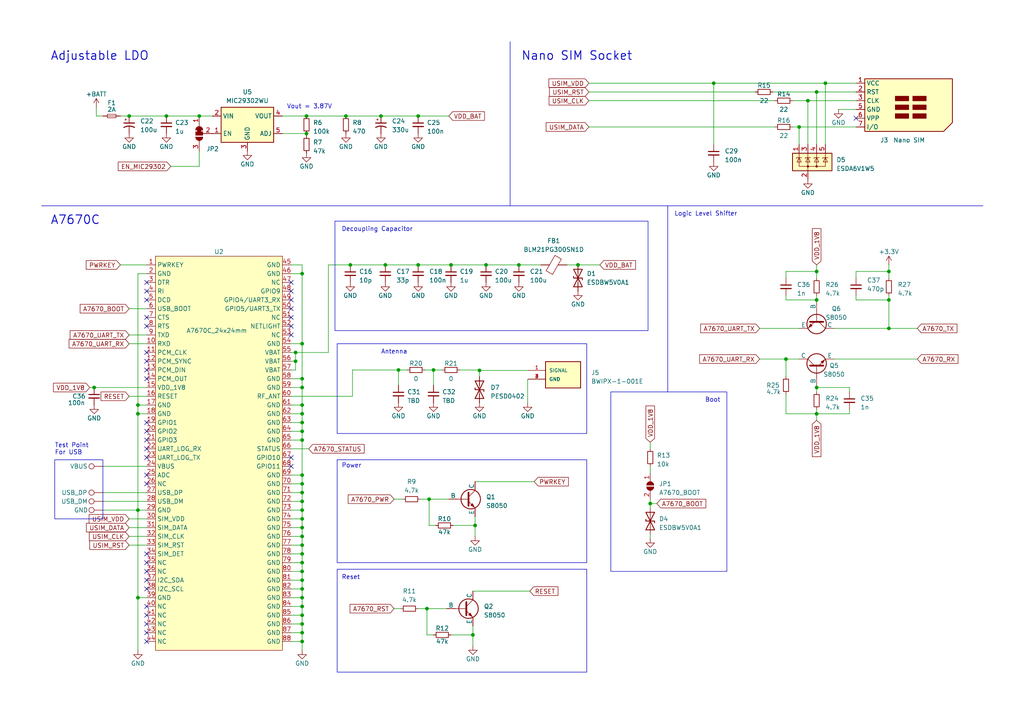
<source format=kicad_sch>
(kicad_sch (version 20230121) (generator eeschema)
  (paper "A4")
  (junction (at 87.63 175.895))
  (junction (at 239.395 24.13))
  (junction (at 88.9 38.735))
  (junction (at 57.785 33.655))
  (junction (at 87.63 155.575))
  (junction (at 236.855 112.395))
  (junction (at 236.855 86.995))
  (junction (at 87.63 99.695))
  (junction (at 87.63 150.495))
  (junction (at 121.285 33.655))
  (junction (at 188.595 146.05))
  (junction (at 87.63 117.475))
  (junction (at 87.63 173.355))
  (junction (at 87.63 168.275))
  (junction (at 207.01 24.13))
  (junction (at 85.725 102.235))
  (junction (at 167.64 76.835))
  (junction (at 115.57 107.315))
  (junction (at 87.63 158.115))
  (junction (at 236.855 78.74))
  (junction (at 87.63 125.095))
  (junction (at 87.63 170.815))
  (junction (at 87.63 178.435))
  (junction (at 121.285 76.835))
  (junction (at 87.63 140.335))
  (junction (at 150.495 76.835))
  (junction (at 40.005 117.475))
  (junction (at 87.63 160.655))
  (junction (at 87.63 145.415))
  (junction (at 87.63 142.875))
  (junction (at 257.81 78.74))
  (junction (at 88.9 33.655))
  (junction (at 87.63 109.855))
  (junction (at 87.63 183.515))
  (junction (at 124.46 144.78))
  (junction (at 236.855 26.67))
  (junction (at 137.16 184.15))
  (junction (at 257.81 86.995))
  (junction (at 101.6 76.835))
  (junction (at 87.63 180.975))
  (junction (at 257.81 95.25))
  (junction (at 111.76 76.835))
  (junction (at 40.005 147.955))
  (junction (at 87.63 147.955))
  (junction (at 87.63 165.735))
  (junction (at 37.465 33.655))
  (junction (at 87.63 186.055))
  (junction (at 227.965 104.14))
  (junction (at 87.63 79.375))
  (junction (at 87.63 112.395))
  (junction (at 125.73 107.315))
  (junction (at 87.63 127.635))
  (junction (at 48.26 33.655))
  (junction (at 130.81 76.835))
  (junction (at 137.795 152.4))
  (junction (at 87.63 122.555))
  (junction (at 87.63 137.795))
  (junction (at 85.725 104.775))
  (junction (at 123.825 176.53))
  (junction (at 236.855 120.015))
  (junction (at 234.315 29.21))
  (junction (at 140.97 76.835))
  (junction (at 231.775 36.83))
  (junction (at 110.49 33.655))
  (junction (at 87.63 163.195))
  (junction (at 40.005 120.015))
  (junction (at 139.065 107.442))
  (junction (at 27.305 112.395))
  (junction (at 40.005 173.355))
  (junction (at 87.63 120.015))
  (junction (at 87.63 153.035))
  (junction (at 100.33 33.655))
  (no_connect (at 84.455 86.995))
  (no_connect (at 42.545 125.095))
  (no_connect (at 42.545 102.235))
  (no_connect (at 42.545 178.435))
  (no_connect (at 42.545 168.275))
  (no_connect (at 84.455 135.255))
  (no_connect (at 42.545 107.315))
  (no_connect (at 42.545 84.455))
  (no_connect (at 42.545 94.615))
  (no_connect (at 42.545 137.795))
  (no_connect (at 84.455 92.075))
  (no_connect (at 42.545 175.895))
  (no_connect (at 42.545 170.815))
  (no_connect (at 42.545 92.075))
  (no_connect (at 42.545 104.775))
  (no_connect (at 42.545 109.855))
  (no_connect (at 84.455 132.715))
  (no_connect (at 42.545 132.715))
  (no_connect (at 42.545 165.735))
  (no_connect (at 42.545 163.195))
  (no_connect (at 42.545 122.555))
  (no_connect (at 42.545 130.175))
  (no_connect (at 84.455 84.455))
  (no_connect (at 248.285 34.29))
  (no_connect (at 42.545 86.995))
  (no_connect (at 84.455 89.535))
  (no_connect (at 42.545 127.635))
  (no_connect (at 84.455 97.155))
  (no_connect (at 84.455 94.615))
  (no_connect (at 84.455 81.915))
  (no_connect (at 42.545 180.975))
  (no_connect (at 42.545 81.915))
  (no_connect (at 42.545 183.515))
  (no_connect (at 42.545 186.055))
  (no_connect (at 42.545 160.655))
  (no_connect (at 42.545 140.335))
  (wire (pts (xy 236.855 78.74) (xy 236.855 80.645)))
  (wire (pts (xy 87.63 122.555) (xy 87.63 120.015)))
  (wire (pts (xy 89.535 130.175) (xy 84.455 130.175)))
  (wire (pts (xy 257.81 95.25) (xy 266.065 95.25)))
  (wire (pts (xy 84.455 99.695) (xy 87.63 99.695)))
  (wire (pts (xy 84.455 183.515) (xy 87.63 183.515)))
  (wire (pts (xy 220.345 95.25) (xy 231.775 95.25)))
  (wire (pts (xy 88.9 38.735) (xy 88.9 39.37)))
  (wire (pts (xy 188.595 135.255) (xy 188.595 137.16)))
  (wire (pts (xy 84.455 153.035) (xy 87.63 153.035)))
  (wire (pts (xy 236.855 120.015) (xy 236.855 121.92)))
  (wire (pts (xy 84.455 145.415) (xy 87.63 145.415)))
  (wire (pts (xy 27.94 33.655) (xy 29.845 33.655)))
  (wire (pts (xy 102.235 114.935) (xy 84.455 114.935)))
  (wire (pts (xy 84.455 117.475) (xy 87.63 117.475)))
  (wire (pts (xy 137.16 171.45) (xy 153.67 171.45)))
  (wire (pts (xy 87.63 186.055) (xy 87.63 188.595)))
  (wire (pts (xy 87.63 168.275) (xy 87.63 170.815)))
  (wire (pts (xy 84.455 160.655) (xy 87.63 160.655)))
  (wire (pts (xy 227.965 104.14) (xy 231.775 104.14)))
  (wire (pts (xy 130.81 76.835) (xy 140.97 76.835)))
  (wire (pts (xy 87.63 158.115) (xy 87.63 160.655)))
  (wire (pts (xy 227.965 120.015) (xy 236.855 120.015)))
  (wire (pts (xy 84.455 120.015) (xy 87.63 120.015)))
  (wire (pts (xy 27.94 31.115) (xy 27.94 33.655)))
  (wire (pts (xy 84.455 122.555) (xy 87.63 122.555)))
  (wire (pts (xy 84.455 158.115) (xy 87.63 158.115)))
  (wire (pts (xy 84.455 147.955) (xy 87.63 147.955)))
  (wire (pts (xy 87.63 173.355) (xy 87.63 175.895)))
  (wire (pts (xy 227.965 85.725) (xy 227.965 86.995)))
  (wire (pts (xy 87.63 76.835) (xy 84.455 76.835)))
  (wire (pts (xy 29.845 147.955) (xy 40.005 147.955)))
  (wire (pts (xy 57.785 48.26) (xy 49.53 48.26)))
  (wire (pts (xy 87.63 153.035) (xy 87.63 150.495)))
  (wire (pts (xy 124.46 152.4) (xy 124.46 144.78)))
  (wire (pts (xy 87.63 170.815) (xy 87.63 173.355)))
  (wire (pts (xy 188.595 146.05) (xy 188.595 147.32)))
  (wire (pts (xy 115.57 107.315) (xy 118.11 107.315)))
  (wire (pts (xy 84.455 142.875) (xy 87.63 142.875)))
  (wire (pts (xy 126.365 152.4) (xy 124.46 152.4)))
  (wire (pts (xy 29.845 142.875) (xy 42.545 142.875)))
  (wire (pts (xy 57.785 33.655) (xy 61.595 33.655)))
  (wire (pts (xy 84.455 168.275) (xy 87.63 168.275)))
  (wire (pts (xy 87.63 142.875) (xy 87.63 140.335)))
  (wire (pts (xy 188.595 154.94) (xy 188.595 156.21)))
  (wire (pts (xy 153.035 110.109) (xy 153.035 116.84)))
  (wire (pts (xy 37.465 114.935) (xy 42.545 114.935)))
  (wire (pts (xy 26.035 112.395) (xy 27.305 112.395)))
  (wire (pts (xy 257.81 76.835) (xy 257.81 78.74)))
  (wire (pts (xy 111.76 76.835) (xy 121.285 76.835)))
  (wire (pts (xy 231.775 36.83) (xy 231.775 41.91)))
  (wire (pts (xy 87.63 158.115) (xy 87.63 155.575)))
  (wire (pts (xy 84.455 173.355) (xy 87.63 173.355)))
  (wire (pts (xy 139.065 107.442) (xy 139.065 107.315)))
  (wire (pts (xy 137.795 149.86) (xy 137.795 152.4)))
  (wire (pts (xy 227.965 109.22) (xy 227.965 104.14)))
  (wire (pts (xy 84.455 175.895) (xy 87.63 175.895)))
  (wire (pts (xy 84.455 180.975) (xy 87.63 180.975)))
  (wire (pts (xy 29.845 145.415) (xy 42.545 145.415)))
  (wire (pts (xy 95.25 76.835) (xy 95.25 102.235)))
  (wire (pts (xy 123.825 176.53) (xy 129.54 176.53)))
  (wire (pts (xy 87.63 145.415) (xy 87.63 142.875)))
  (wire (pts (xy 248.285 78.74) (xy 257.81 78.74)))
  (wire (pts (xy 102.235 107.315) (xy 102.235 114.935)))
  (wire (pts (xy 87.63 127.635) (xy 87.63 125.095)))
  (wire (pts (xy 239.395 41.91) (xy 239.395 24.13)))
  (wire (pts (xy 100.33 33.655) (xy 110.49 33.655)))
  (wire (pts (xy 241.935 95.25) (xy 257.81 95.25)))
  (wire (pts (xy 34.925 76.835) (xy 42.545 76.835)))
  (wire (pts (xy 40.005 79.375) (xy 42.545 79.375)))
  (wire (pts (xy 84.455 127.635) (xy 87.63 127.635)))
  (wire (pts (xy 40.005 147.955) (xy 42.545 147.955)))
  (wire (pts (xy 84.455 125.095) (xy 87.63 125.095)))
  (wire (pts (xy 95.25 102.235) (xy 85.725 102.235)))
  (wire (pts (xy 234.315 41.91) (xy 234.315 29.21)))
  (wire (pts (xy 170.815 26.67) (xy 219.075 26.67)))
  (wire (pts (xy 85.725 104.775) (xy 85.725 107.315)))
  (wire (pts (xy 125.73 107.315) (xy 125.73 111.76)))
  (wire (pts (xy 139.065 107.442) (xy 139.065 109.22)))
  (wire (pts (xy 84.455 137.795) (xy 87.63 137.795)))
  (wire (pts (xy 40.005 173.355) (xy 42.545 173.355)))
  (wire (pts (xy 207.01 24.13) (xy 239.395 24.13)))
  (polyline (pts (xy 193.675 59.69) (xy 193.675 113.665)))
  (wire (pts (xy 236.855 86.995) (xy 236.855 87.63)))
  (wire (pts (xy 236.855 26.67) (xy 236.855 41.91)))
  (wire (pts (xy 37.465 97.155) (xy 42.545 97.155)))
  (wire (pts (xy 87.63 140.335) (xy 87.63 137.795)))
  (wire (pts (xy 87.63 117.475) (xy 87.63 112.395)))
  (wire (pts (xy 227.965 86.995) (xy 236.855 86.995)))
  (wire (pts (xy 87.63 175.895) (xy 87.63 178.435)))
  (wire (pts (xy 87.63 165.735) (xy 87.63 168.275)))
  (wire (pts (xy 40.005 188.595) (xy 40.005 173.355)))
  (wire (pts (xy 170.815 29.21) (xy 224.79 29.21)))
  (wire (pts (xy 110.49 33.655) (xy 121.285 33.655)))
  (wire (pts (xy 29.845 135.255) (xy 42.545 135.255)))
  (wire (pts (xy 37.465 153.035) (xy 42.545 153.035)))
  (polyline (pts (xy 147.955 12.065) (xy 147.955 59.69)))
  (wire (pts (xy 87.63 147.955) (xy 87.63 145.415)))
  (wire (pts (xy 121.92 144.78) (xy 124.46 144.78)))
  (wire (pts (xy 224.155 26.67) (xy 236.855 26.67)))
  (wire (pts (xy 246.38 118.745) (xy 246.38 120.015)))
  (wire (pts (xy 121.285 176.53) (xy 123.825 176.53)))
  (wire (pts (xy 229.87 36.83) (xy 231.775 36.83)))
  (wire (pts (xy 84.455 107.315) (xy 85.725 107.315)))
  (wire (pts (xy 37.465 89.535) (xy 42.545 89.535)))
  (wire (pts (xy 239.395 24.13) (xy 248.285 24.13)))
  (wire (pts (xy 236.855 120.015) (xy 246.38 120.015)))
  (wire (pts (xy 130.81 184.15) (xy 137.16 184.15)))
  (wire (pts (xy 37.465 155.575) (xy 42.545 155.575)))
  (wire (pts (xy 48.26 33.655) (xy 57.785 33.655)))
  (wire (pts (xy 87.63 137.795) (xy 87.63 127.635)))
  (wire (pts (xy 140.97 76.835) (xy 150.495 76.835)))
  (wire (pts (xy 121.285 76.835) (xy 130.81 76.835)))
  (wire (pts (xy 84.455 109.855) (xy 87.63 109.855)))
  (wire (pts (xy 153.162 110.109) (xy 153.035 110.109)))
  (wire (pts (xy 101.6 76.835) (xy 111.76 76.835)))
  (wire (pts (xy 236.855 76.835) (xy 236.855 78.74)))
  (wire (pts (xy 236.855 111.76) (xy 236.855 112.395)))
  (wire (pts (xy 40.005 173.355) (xy 40.005 147.955)))
  (wire (pts (xy 150.495 76.835) (xy 156.845 76.835)))
  (wire (pts (xy 87.63 112.395) (xy 87.63 109.855)))
  (wire (pts (xy 153.162 110.109) (xy 153.162 109.982)))
  (wire (pts (xy 87.63 155.575) (xy 87.63 153.035)))
  (wire (pts (xy 236.855 85.725) (xy 236.855 86.995)))
  (wire (pts (xy 236.855 26.67) (xy 248.285 26.67)))
  (wire (pts (xy 87.63 120.015) (xy 87.63 117.475)))
  (wire (pts (xy 248.285 80.645) (xy 248.285 78.74)))
  (wire (pts (xy 188.595 128.27) (xy 188.595 130.175)))
  (wire (pts (xy 170.815 36.83) (xy 224.79 36.83)))
  (wire (pts (xy 257.81 86.995) (xy 257.81 85.725)))
  (wire (pts (xy 87.63 125.095) (xy 87.63 122.555)))
  (wire (pts (xy 137.795 152.4) (xy 137.795 155.575)))
  (wire (pts (xy 84.455 178.435) (xy 87.63 178.435)))
  (wire (pts (xy 40.005 117.475) (xy 42.545 117.475)))
  (wire (pts (xy 248.285 86.995) (xy 257.81 86.995)))
  (wire (pts (xy 34.925 33.655) (xy 37.465 33.655)))
  (wire (pts (xy 87.63 79.375) (xy 87.63 76.835)))
  (wire (pts (xy 84.455 163.195) (xy 87.63 163.195)))
  (wire (pts (xy 84.455 170.815) (xy 87.63 170.815)))
  (wire (pts (xy 266.065 104.14) (xy 241.935 104.14)))
  (wire (pts (xy 84.455 165.735) (xy 87.63 165.735)))
  (wire (pts (xy 115.57 107.315) (xy 115.57 111.76)))
  (wire (pts (xy 133.35 107.315) (xy 139.065 107.315)))
  (wire (pts (xy 248.285 85.725) (xy 248.285 86.995)))
  (wire (pts (xy 236.855 112.395) (xy 236.855 113.665)))
  (wire (pts (xy 84.455 102.235) (xy 85.725 102.235)))
  (wire (pts (xy 173.99 76.835) (xy 167.64 76.835)))
  (wire (pts (xy 85.725 102.235) (xy 85.725 104.775)))
  (wire (pts (xy 37.465 99.695) (xy 42.545 99.695)))
  (wire (pts (xy 40.005 120.015) (xy 40.005 117.475)))
  (wire (pts (xy 37.465 158.115) (xy 42.545 158.115)))
  (wire (pts (xy 229.87 29.21) (xy 234.315 29.21)))
  (wire (pts (xy 95.25 76.835) (xy 101.6 76.835)))
  (wire (pts (xy 188.595 144.78) (xy 188.595 146.05)))
  (wire (pts (xy 207.01 24.13) (xy 207.01 41.91)))
  (wire (pts (xy 131.445 152.4) (xy 137.795 152.4)))
  (wire (pts (xy 123.825 184.15) (xy 123.825 176.53)))
  (wire (pts (xy 84.455 112.395) (xy 87.63 112.395)))
  (wire (pts (xy 87.63 183.515) (xy 87.63 186.055)))
  (wire (pts (xy 57.785 43.815) (xy 57.785 48.26)))
  (wire (pts (xy 84.455 104.775) (xy 85.725 104.775)))
  (wire (pts (xy 188.595 146.05) (xy 190.5 146.05)))
  (wire (pts (xy 257.81 78.74) (xy 257.81 80.645)))
  (wire (pts (xy 139.065 107.442) (xy 153.162 107.442)))
  (wire (pts (xy 170.815 24.13) (xy 207.01 24.13)))
  (wire (pts (xy 37.465 150.495) (xy 42.545 150.495)))
  (wire (pts (xy 246.38 112.395) (xy 236.855 112.395)))
  (wire (pts (xy 234.315 29.21) (xy 248.285 29.21)))
  (wire (pts (xy 248.285 31.75) (xy 243.205 31.75)))
  (wire (pts (xy 87.63 150.495) (xy 87.63 147.955)))
  (wire (pts (xy 114.3 144.78) (xy 116.84 144.78)))
  (wire (pts (xy 114.3 176.53) (xy 116.205 176.53)))
  (wire (pts (xy 84.455 79.375) (xy 87.63 79.375)))
  (wire (pts (xy 137.16 181.61) (xy 137.16 184.15)))
  (wire (pts (xy 227.965 78.74) (xy 236.855 78.74)))
  (wire (pts (xy 84.455 140.335) (xy 87.63 140.335)))
  (wire (pts (xy 40.005 120.015) (xy 42.545 120.015)))
  (wire (pts (xy 88.9 33.655) (xy 100.33 33.655)))
  (wire (pts (xy 236.855 118.745) (xy 236.855 120.015)))
  (wire (pts (xy 130.175 33.655) (xy 121.285 33.655)))
  (polyline (pts (xy 12.065 59.69) (xy 285.115 59.69)))
  (wire (pts (xy 27.305 112.395) (xy 42.545 112.395)))
  (wire (pts (xy 87.63 109.855) (xy 87.63 99.695)))
  (wire (pts (xy 125.73 107.315) (xy 128.27 107.315)))
  (wire (pts (xy 164.465 76.835) (xy 167.64 76.835)))
  (wire (pts (xy 87.63 160.655) (xy 87.63 163.195)))
  (wire (pts (xy 81.915 33.655) (xy 88.9 33.655)))
  (wire (pts (xy 87.63 163.195) (xy 87.63 165.735)))
  (wire (pts (xy 40.005 117.475) (xy 40.005 79.375)))
  (wire (pts (xy 246.38 113.665) (xy 246.38 112.395)))
  (wire (pts (xy 227.965 114.3) (xy 227.965 120.015)))
  (wire (pts (xy 125.73 184.15) (xy 123.825 184.15)))
  (wire (pts (xy 87.63 180.975) (xy 87.63 183.515)))
  (wire (pts (xy 84.455 155.575) (xy 87.63 155.575)))
  (wire (pts (xy 40.005 147.955) (xy 40.005 120.015)))
  (wire (pts (xy 257.81 95.25) (xy 257.81 86.995)))
  (wire (pts (xy 220.345 104.14) (xy 227.965 104.14)))
  (wire (pts (xy 231.775 36.83) (xy 248.285 36.83)))
  (wire (pts (xy 123.19 107.315) (xy 125.73 107.315)))
  (wire (pts (xy 102.235 107.315) (xy 115.57 107.315)))
  (wire (pts (xy 87.63 99.695) (xy 87.63 79.375)))
  (wire (pts (xy 87.63 178.435) (xy 87.63 180.975)))
  (wire (pts (xy 227.965 80.645) (xy 227.965 78.74)))
  (wire (pts (xy 137.795 139.7) (xy 154.94 139.7)))
  (wire (pts (xy 137.16 184.15) (xy 137.16 187.325)))
  (wire (pts (xy 84.455 150.495) (xy 87.63 150.495)))
  (wire (pts (xy 84.455 186.055) (xy 87.63 186.055)))
  (wire (pts (xy 124.46 144.78) (xy 130.175 144.78)))
  (wire (pts (xy 37.465 33.655) (xy 48.26 33.655)))
  (wire (pts (xy 81.915 38.735) (xy 88.9 38.735)))
  (rectangle (start 97.79 133.35) (end 170.18 163.195))
  (rectangle (start 15.875 133.35) (end 29.845 150.495))
  (rectangle (start 97.79 165.1) (end 170.18 194.945))
  (rectangle (start 177.165 113.665) (end 210.82 165.735))
  (rectangle (start 97.155 64.135) (end 187.96 95.885))
  (rectangle (start 97.79 99.695) (end 170.18 125.73))
  (text "Adjustable LDO\n" (at 14.605 17.78 0) (effects (font (size 2.5 2.5) (thickness 0.254) bold) (justify left bottom)))
  (text "Decoupling Capacitor" (at 99.06 67.31 0) (effects (font (size 1.27 1.27)) (justify left bottom)))
  (text "Power" (at 99.06 135.89 0) (effects (font (size 1.27 1.27)) (justify left bottom)))
  (text "Test Point\nFor USB" (at 15.875 132.08 0) (effects (font (size 1.27 1.27)) (justify left bottom)))
  (text "Antenna" (at 110.49 102.87 0) (effects (font (size 1.27 1.27)) (justify left bottom)))
  (text "Reset" (at 99.06 168.275 0) (effects (font (size 1.27 1.27)) (justify left bottom)))
  (text "Logic Level Shifter" (at 195.58 62.865 0) (effects (font (size 1.27 1.27)) (justify left bottom)))
  (text "Nano SIM Socket" (at 151.13 17.78 0) (effects (font (size 2.5 2.5) (thickness 0.254) bold) (justify left bottom)))
  (text "Boot" (at 204.47 116.84 0) (effects (font (size 1.27 1.27)) (justify left bottom)))
  (text "A7670C" (at 14.605 65.405 0) (effects (font (size 2.5 2.5) (thickness 0.254) bold) (justify left bottom)))
  (text "Vout = 3.87V" (at 83.185 31.75 0) (effects (font (size 1.27 1.27)) (justify left bottom)))
  (global_label "A7670_UART_TX" (shape input) (at 37.465 97.155 180) (property "Intersheetrefs" "${INTERSHEET_REFS}" (effects hide)))
  (global_label "A7670_TX" (shape input) (at 266.065 95.25 0) (property "Intersheetrefs" "${INTERSHEET_REFS}" (effects hide)))
  (global_label "A7670_UART_TX" (shape input) (at 220.345 95.25 180) (property "Intersheetrefs" "${INTERSHEET_REFS}" (effects hide)))
  (global_label "VDD_1V8" (shape input) (at 236.855 76.835 90) (property "Intersheetrefs" "${INTERSHEET_REFS}" (effects hide)))
  (global_label "USIM_VDD" (shape input) (at 170.815 24.13 180) (property "Intersheetrefs" "${INTERSHEET_REFS}" (effects hide)))
  (global_label "USIM_DATA" (shape input) (at 170.815 36.83 180) (property "Intersheetrefs" "${INTERSHEET_REFS}" (effects hide)))
  (global_label "A7670_PWR" (shape input) (at 114.3 144.78 180) (property "Intersheetrefs" "${INTERSHEET_REFS}" (effects hide)))
  (global_label "A7670_RX" (shape input) (at 266.065 104.14 0) (property "Intersheetrefs" "${INTERSHEET_REFS}" (effects hide)))
  (global_label "A7670_STATUS" (shape input) (at 89.535 130.175 0) (property "Intersheetrefs" "${INTERSHEET_REFS}" (effects hide)))
  (global_label "USIM_CLK" (shape input) (at 170.815 29.21 180) (property "Intersheetrefs" "${INTERSHEET_REFS}" (effects hide)))
  (global_label "A7670_UART_RX" (shape input) (at 220.345 104.14 180) (property "Intersheetrefs" "${INTERSHEET_REFS}" (effects hide)))
  (global_label "EN_MIC29302" (shape input) (at 49.53 48.26 180) (property "Intersheetrefs" "${INTERSHEET_REFS}" (effects hide)))
  (global_label "USIM_RST" (shape input) (at 37.465 158.115 180) (property "Intersheetrefs" "${INTERSHEET_REFS}" (effects hide)))
  (global_label "VDD_BAT" (shape input) (at 130.175 33.655 0) (property "Intersheetrefs" "${INTERSHEET_REFS}" (effects hide)))
  (global_label "A7670_BOOT" (shape input) (at 37.465 89.535 180) (property "Intersheetrefs" "${INTERSHEET_REFS}" (effects hide)))
  (global_label "A7670_BOOT" (shape input) (at 190.5 146.05 0) (property "Intersheetrefs" "${INTERSHEET_REFS}" (effects hide)))
  (global_label "VDD_BAT" (shape input) (at 173.99 76.835 0) (property "Intersheetrefs" "${INTERSHEET_REFS}" (effects hide)))
  (global_label "USIM_VDD" (shape input) (at 37.465 150.495 180) (property "Intersheetrefs" "${INTERSHEET_REFS}" (effects hide)))
  (global_label "VDD_1V8" (shape input) (at 26.035 112.395 180) (property "Intersheetrefs" "${INTERSHEET_REFS}" (effects hide)))
  (global_label "VDD_1V8" (shape input) (at 236.855 121.92 270) (property "Intersheetrefs" "${INTERSHEET_REFS}" (effects hide)))
  (global_label "PWRKEY" (shape input) (at 154.94 139.7 0) (property "Intersheetrefs" "${INTERSHEET_REFS}" (effects hide)))
  (global_label "USIM_CLK" (shape input) (at 37.465 155.575 180) (property "Intersheetrefs" "${INTERSHEET_REFS}" (effects hide)))
  (global_label "USIM_DATA" (shape input) (at 37.465 153.035 180) (property "Intersheetrefs" "${INTERSHEET_REFS}" (effects hide)))
  (global_label "USIM_RST" (shape input) (at 170.815 26.67 180) (property "Intersheetrefs" "${INTERSHEET_REFS}" (effects hide)))
  (global_label "RESET" (shape input) (at 37.465 114.935 180) (property "Intersheetrefs" "${INTERSHEET_REFS}" (effects hide)))
  (global_label "VDD_1V8" (shape input) (at 188.595 128.27 90) (property "Intersheetrefs" "${INTERSHEET_REFS}" (effects hide)))
  (global_label "PWRKEY" (shape input) (at 34.925 76.835 180) (property "Intersheetrefs" "${INTERSHEET_REFS}" (effects hide)))
  (global_label "A7670_UART_RX" (shape input) (at 37.465 99.695 180) (property "Intersheetrefs" "${INTERSHEET_REFS}" (effects hide)))
  (global_label "A7670_RST" (shape input) (at 114.3 176.53 180) (property "Intersheetrefs" "${INTERSHEET_REFS}" (effects hide)))
  (global_label "RESET" (shape input) (at 153.67 171.45 0) (property "Intersheetrefs" "${INTERSHEET_REFS}" (effects hide)))
  (symbol (lib_id "power:GND") (at 125.73 116.84 0) (unit 1)
    (property "Reference" "#PWR042" (effects hide))
    (property "Value" "GND" (at 125.73 120.65 0))
    (instances (project "bwlc1a" (path "" (reference "#PWR042") (unit 1)) (path "" (reference "#PWR081") (unit 1))))
  )
  (symbol (lib_id "Device:R_Small") (at 88.9 36.195 0) (unit 1)
    (property "Reference" "R6" (at 90.805 35.56 0) (effects (justify left)))
    (property "Value" "100k" (at 90.805 38.1 0) (effects (justify left)))
    (property "Footprint" "Resistor_SMD:R_0402_1005Metric" (effects hide))
    (property "Description" "62.5mW Thick Film Resistors ±100ppm/℃ ±1% 100kΩ 0402 Chip Resistor - Surface Mount ROHS" (effects hide))
    (property "Distributor" "LCSC" (effects hide))
    (property "Distributor Link" "https://www.lcsc.com/product-detail/Chip-Resistor-Surface-Mount_UNI-ROYAL-Uniroyal-Elec-0402WGF1003TCE_C25741.html" (effects hide))
    (property "Distributor Part Number" "C25741" (effects hide))
    (property "Id" "38" (effects hide))
    (property "Manufacture" "UNI-ROYAL(Uniroyal Elec)" (effects hide))
    (property "Manufacture Part Number" "0402WGF1003TCE" (effects hide))
    (property "Type" "SMD" (effects hide))
    (instances (project "bwlc1a" (path "" (reference "R6") (unit 1)) (path "" (reference "R18") (unit 1))))
  )
  (symbol (lib_id "Device:R_Small") (at 236.855 116.205 180) (unit 1)
    (property "Reference" "R24" (at 239.395 115.57 0) (effects (justify right)))
    (property "Value" "4.7k" (at 239.395 118.11 0) (effects (justify right)))
    (property "Footprint" "Resistor_SMD:R_0402_1005Metric" (effects hide))
    (property "Description" "62.5mW Thick Film Resistors ±100ppm/℃ ±5% 4.7kΩ 0402 Chip Resistor - Surface Mount ROHS" (effects hide))
    (property "Distributor" "LCSC" (effects hide))
    (property "Distributor Link" "https://www.lcsc.com/product-detail/Chip-Resistor-Surface-Mount_UNI-ROYAL-Uniroyal-Elec-0402WGJ0472TCE_C25940.html" (effects hide))
    (property "Distributor Part Number" "C25940" (effects hide))
    (property "Id" "39" (effects hide))
    (property "Manufacture" "UNI-ROYAL(Uniroyal Elec)" (effects hide))
    (property "Manufacture Part Number" "0402WGJ0472TCE" (effects hide))
    (property "Type" "SMD" (effects hide))
    (instances (project "bwlc1a" (path "" (reference "R24") (unit 1)) (path "" (reference "R27") (unit 1))))
  )
  (symbol (lib_id "Device:R_Small") (at 257.81 83.185 180) (unit 1)
    (property "Reference" "R27" (at 260.35 82.55 0) (effects (justify right)))
    (property "Value" "4.7k" (at 260.35 85.09 0) (effects (justify right)))
    (property "Footprint" "Resistor_SMD:R_0402_1005Metric" (effects hide))
    (property "Description" "62.5mW Thick Film Resistors ±100ppm/℃ ±5% 4.7kΩ 0402 Chip Resistor - Surface Mount ROHS" (effects hide))
    (property "Distributor" "LCSC" (effects hide))
    (property "Distributor Link" "https://www.lcsc.com/product-detail/Chip-Resistor-Surface-Mount_UNI-ROYAL-Uniroyal-Elec-0402WGJ0472TCE_C25940.html" (effects hide))
    (property "Distributor Part Number" "C25940" (effects hide))
    (property "Id" "39" (effects hide))
    (property "Manufacture" "UNI-ROYAL(Uniroyal Elec)" (effects hide))
    (property "Manufacture Part Number" "0402WGJ0472TCE" (effects hide))
    (property "Type" "SMD" (effects hide))
    (instances (project "bwlc1a" (path "" (reference "R27") (unit 1)) (path "" (reference "R23") (unit 1))))
  )
  (symbol (lib_id "power:GND") (at 40.005 188.595 0) (unit 1)
    (property "Reference" "#PWR064" (effects hide))
    (property "Value" "GND" (at 40.005 192.405 0))
    (instances (project "bwlc1a" (path "" (reference "#PWR064") (unit 1)) (path "" (reference "#PWR087") (unit 1))))
  )
  (symbol (lib_id "Device:R_Small") (at 227.965 111.76 180) (unit 1)
    (property "Reference" "R25" (at 222.25 111.76 0) (effects (justify right)))
    (property "Value" "4.7k" (at 222.25 113.665 0) (effects (justify right)))
    (property "Footprint" "Resistor_SMD:R_0402_1005Metric" (effects hide))
    (property "Description" "62.5mW Thick Film Resistors ±100ppm/℃ ±5% 4.7kΩ 0402 Chip Resistor - Surface Mount ROHS" (effects hide))
    (property "Distributor" "LCSC" (effects hide))
    (property "Distributor Link" "https://www.lcsc.com/product-detail/Chip-Resistor-Surface-Mount_UNI-ROYAL-Uniroyal-Elec-0402WGJ0472TCE_C25940.html" (effects hide))
    (property "Distributor Part Number" "C25940" (effects hide))
    (property "Id" "39" (effects hide))
    (property "Manufacture" "UNI-ROYAL(Uniroyal Elec)" (effects hide))
    (property "Manufacture Part Number" "0402WGJ0472TCE" (effects hide))
    (property "Type" "SMD" (effects hide))
    (instances (project "bwlc1a" (path "" (reference "R25") (unit 1)) (path "" (reference "R26") (unit 1))))
  )
  (symbol (lib_id "Device:R_Small") (at 120.65 107.315 90) (unit 1)
    (property "Reference" "R20" (at 120.65 105.41 90))
    (property "Value" "0" (at 120.65 109.855 90))
    (property "Footprint" "Resistor_SMD:R_0402_1005Metric" (effects hide))
    (property "Description" "62.5mW Thick Film Resistors ±5% 0Ω 0402 Chip Resistor - Surface Mount ROHS" (effects hide))
    (property "Distributor" "LCSC" (effects hide))
    (property "Distributor Link" "https://www.lcsc.com/product-detail/Chip-Resistor-Surface-Mount_UNI-ROYAL-Uniroyal-Elec-0402WGJ0000TCE_C21376.html" (effects hide))
    (property "Distributor Part Number" "C21376" (effects hide))
    (property "Id" "45" (effects hide))
    (property "Manufacture" "UNI-ROYAL(Uniroyal Elec)" (effects hide))
    (property "Manufacture Part Number" "0402WGJ0000TCE" (effects hide))
    (property "Type" "SMD" (effects hide))
    (instances (project "bwlc1a" (path "" (reference "R20") (unit 1)) (path "" (reference "R24") (unit 1))))
  )
  (symbol (lib_id "Device:R_Small") (at 88.9 41.91 0) (unit 1)
    (property "Reference" "R7" (at 90.805 41.275 0) (effects (justify left)))
    (property "Value" "47k" (at 90.805 43.815 0) (effects (justify left)))
    (property "Footprint" "Resistor_SMD:R_0402_1005Metric" (effects hide))
    (property "Description" "62.5mW Thick Film Resistors ±100ppm/℃ ±1% 47kΩ 0402 Chip Resistor - Surface Mount ROHS" (effects hide))
    (property "Distributor" "LCSC" (effects hide))
    (property "Distributor Link" "https://www.lcsc.com/product-detail/Chip-Resistor-Surface-Mount_UNI-ROYAL-Uniroyal-Elec-0402WGF4702TCE_C25792.html" (effects hide))
    (property "Distributor Part Number" "C25792" (effects hide))
    (property "Id" "41" (effects hide))
    (property "Manufacture" "UNI-ROYAL(Uniroyal Elec)" (effects hide))
    (property "Manufacture Part Number" "0402WGF4702TCE" (effects hide))
    (property "Type" "SMD" (effects hide))
    (instances (project "bwlc1a" (path "" (reference "R7") (unit 1)) (path "" (reference "R21") (unit 1))))
  )
  (symbol (lib_id "power:GND") (at 87.63 188.595 0) (unit 1)
    (property "Reference" "#PWR063" (effects hide))
    (property "Value" "GND" (at 87.63 192.405 0))
    (instances (project "bwlc1a" (path "" (reference "#PWR063") (unit 1)) (path "" (reference "#PWR088") (unit 1))))
  )
  (symbol (lib_id "power:GND") (at 207.01 46.99 0) (unit 1)
    (property "Reference" "#PWR036" (effects hide))
    (property "Value" "GND" (at 207.01 50.8 0))
    (instances (project "bwlc1a" (path "" (reference "#PWR036") (unit 1)) (path "" (reference "#PWR069") (unit 1))))
  )
  (symbol (lib_id "Device:C_Polarized_Small_US") (at 110.49 36.195 0) (unit 1)
    (property "Reference" "C24" (at 113.665 35.1282 0) (effects (justify left)))
    (property "Value" "330u" (at 113.665 37.6682 0) (effects (justify left)))
    (property "Footprint" "Capacitor_SMD:CP_Elec_6.3x5.4" (effects hide))
    (property "Description" "330uF 6.3V 95mA@120Hz ±20% SMD,D6.3xL5.4mm Aluminum Electrolytic Capacitors - SMD ROHS" (effects hide))
    (property "Distributor" "LCSC" (effects hide))
    (property "Distributor Link" "https://www.lcsc.com/product-detail/Aluminum-Electrolytic-Capacitors-SMD_ROQANG-RVT0J331M0605_C2999060.html" (effects hide))
    (property "Distributor Part Number" "C2999060" (effects hide))
    (property "Id" "8" (effects hide))
    (property "Manufacture" "ROQANG" (effects hide))
    (property "Manufacture Part Number" "RVT0J331M0605" (effects hide))
    (property "Type" "SMD" (effects hide))
    (instances (project "bwlc1a" (path "" (reference "C24") (unit 1)) (path "" (reference "C20") (unit 1))))
  )
  (symbol (lib_id "power:GND") (at 111.76 81.915 0) (unit 1)
    (property "Reference" "#PWR046" (effects hide))
    (property "Value" "GND" (at 111.76 85.725 0))
    (instances (project "bwlc1a" (path "" (reference "#PWR046") (unit 1)) (path "" (reference "#PWR074") (unit 1))))
  )
  (symbol (lib_id "Device:C_Small") (at 207.01 44.45 0) (unit 1)
    (property "Reference" "C29" (at 210.185 43.8213 0) (effects (justify left)))
    (property "Value" "100n" (at 210.185 46.3613 0) (effects (justify left)))
    (property "Footprint" "Capacitor_SMD:C_0402_1005Metric" (effects hide))
    (property "Description" "16V 100nF X7R ±10% 0402 Multilayer Ceramic Capacitors MLCC - SMD/SMT ROHS" (effects hide))
    (property "Distributor" "LCSC" (effects hide))
    (property "Distributor Link" "https://www.lcsc.com/product-detail/Multilayer-Ceramic-Capacitors-MLCC-SMD-SMT_Samsung-Electro-Mechanics-CL05B104KO5NNNC_C1525.html" (effects hide))
    (property "Distributor Part Number" "C1525" (effects hide))
    (property "Id" "3" (effects hide))
    (property "Manufacture" "Samsung Electro-Mechanics" (effects hide))
    (property "Manufacture Part Number" "CL05B104KO5NNNC" (effects hide))
    (property "Type" "SMD" (effects hide))
    (instances (project "bwlc1a" (path "" (reference "C29") (unit 1)) (path "" (reference "C25") (unit 1))))
  )
  (symbol (lib_id "Device:C_Small") (at 140.97 79.375 0) (unit 1)
    (property "Reference" "C20" (at 143.51 78.7463 0) (effects (justify left)))
    (property "Value" "100u" (at 143.51 81.2863 0) (effects (justify left)))
    (property "Footprint" "Capacitor_SMD:C_0805_2012Metric" (effects hide))
    (property "Description" "6.3V 100uF X5R ±20% 0805 Multilayer Ceramic Capacitors MLCC - SMD/SMT ROHS" (effects hide))
    (property "Distributor" "LCSC" (effects hide))
    (property "Distributor Link" "https://www.lcsc.com/product-detail/Multilayer-Ceramic-Capacitors-MLCC-SMD-SMT_Murata-Electronics-GRM21BR60J107ME15L_C141660.html" (effects hide))
    (property "Distributor Part Number" "C141660" (effects hide))
    (property "Id" "13" (effects hide))
    (property "Manufacture" "Murata Electronics" (effects hide))
    (property "Manufacture Part Number" "GRM21BR60J107ME15L" (effects hide))
    (property "Type" "SMD" (effects hide))
    (instances (project "bwlc1a" (path "" (reference "C20") (unit 1)) (path "" (reference "C31") (unit 1))))
  )
  (symbol (lib_id "power:GND") (at 100.33 38.735 0) (unit 1)
    (property "Reference" "#PWR056" (effects hide))
    (property "Value" "GND" (at 100.33 42.545 0))
    (instances (project "bwlc1a" (path "" (reference "#PWR056") (unit 1)) (path "" (reference "#PWR061") (unit 1))))
  )
  (symbol (lib_id "Device:C_Small") (at 246.38 116.205 0) (unit 1)
    (property "Reference" "C35" (at 249.555 115.5763 0) (effects (justify left)))
    (property "Value" "1n" (at 249.555 118.1163 0) (effects (justify left)))
    (property "Footprint" "Capacitor_SMD:C_0402_1005Metric" (effects hide))
    (property "Description" "50V 1nF X7R ±10% 0402 Multilayer Ceramic Capacitors MLCC - SMD/SMT ROHS" (effects hide))
    (property "Distributor" "LCSC" (effects hide))
    (property "Distributor Link" "https://www.lcsc.com/product-detail/Multilayer-Ceramic-Capacitors-MLCC-SMD-SMT_Samsung-Electro-Mechanics-CL05B102KB5NNNC_C14442.html" (effects hide))
    (property "Distributor Part Number" "C14442" (effects hide))
    (property "Id" "14" (effects hide))
    (property "Manufacture" "Samsung Electro-Mechanics" (effects hide))
    (property "Manufacture Part Number" "CL05B102KB5NNNC" (effects hide))
    (property "Type" "SMD" (effects hide))
    (instances (project "bwlc1a" (path "" (reference "C35") (unit 1)) (path "" (reference "C37") (unit 1))))
  )
  (symbol (lib_id "Connector:TestPoint") (at 29.845 147.955 90) (unit 1) (in_bom no)
    (property "Reference" "TP4" (effects hide))
    (property "Value" "GND" (at 23.495 147.955 90))
    (property "Footprint" "TestPoint:TestPoint_Pad_D1.5mm" (effects hide))
    (property "Description" "DNP" (effects hide))
    (property "Distributor" "-" (effects hide))
    (property "Distributor Link" "-" (effects hide))
    (property "Distributor Part Number" "-" (effects hide))
    (property "Id" "50" (effects hide))
    (property "Manufacture" "-" (effects hide))
    (property "Manufacture Part Number" "-" (effects hide))
    (property "Type" "SMD" (effects hide))
  )
  (symbol (lib_id "Simulation_SPICE:NPN") (at 236.855 106.68 90) (unit 1)
    (property "Reference" "Q5" (at 241.935 106.045 90))
    (property "Value" "S8050" (at 241.935 108.585 90))
    (property "Footprint" "Package_TO_SOT_SMD:SOT-23" (effects hide))
    (property "Description" "25V 300mW 500mA NPN SOT-23(TO-236) Bipolar Transistors - BJT ROHS" (effects hide))
    (property "Distributor" "LCSC" (effects hide))
    (property "Distributor Link" "https://www.lcsc.com/product-detail/Bipolar-Transistors-BJT_Guangdong-Hottech-S8050_C181158.html" (effects hide))
    (property "Distributor Part Number" "C181158" (effects hide))
    (property "Id" "34" (effects hide))
    (property "Manufacture" "Guangdong Hottech" (effects hide))
    (property "Manufacture Part Number" "S8050" (effects hide))
    (property "Type" "SMD" (effects hide))
    (instances (project "bwlc1a" (path "" (reference "Q5") (unit 1)) (path "" (reference "Q4") (unit 1))))
  )
  (symbol (lib_id "Device:C_Small") (at 111.76 79.375 0) (unit 1)
    (property "Reference" "C17" (at 114.935 78.7463 0) (effects (justify left)))
    (property "Value" "33p" (at 114.935 81.2863 0) (effects (justify left)))
    (property "Footprint" "Capacitor_SMD:C_0402_1005Metric" (effects hide))
    (property "Description" "50V 33pF C0G ±5% 0402 Multilayer Ceramic Capacitors MLCC - SMD/SMT ROHS" (effects hide))
    (property "Distributor" "LCSC" (effects hide))
    (property "Distributor Link" "https://www.lcsc.com/product-detail/Multilayer-Ceramic-Capacitors-MLCC-SMD-SMT_FH-Guangdong-Fenghua-Advanced-Tech-0402CG330J500NT_C1562.html" (effects hide))
    (property "Distributor Part Number" "C1562" (effects hide))
    (property "Id" "11" (effects hide))
    (property "Manufacture" "FH (Guangdong Fenghua Advanced Tech)" (effects hide))
    (property "Manufacture Part Number" "0402CG330J500NT" (effects hide))
    (property "Type" "SMD" (effects hide))
    (instances (project "bwlc1a" (path "" (reference "C17") (unit 1)) (path "" (reference "C28") (unit 1))))
  )
  (symbol (lib_id "Teapot:A7670X") (at 64.135 130.175 0) (unit 1)
    (property "Reference" "U2" (at 63.5 73.025 0))
    (property "Value" "A7670C_24x24mm" (at 62.865 95.885 0))
    (property "Footprint" "A7670C:LGA-124_L24.0-W24.0-P1.0-A7670C-LASS" (effects hide))
    (property "Description" "SMD,24x24mm 2G/3G/4G/5G Modules ROHS" (effects hide))
    (property "Distributor" "LCSC" (effects hide))
    (property "Distributor Link" "https://www.lcsc.com/product-detail/2G-3G-4G-5G-Modules_SIMCom-Wireless-Solutions-A7670C-LASE_C2888406.html" (effects hide))
    (property "Distributor Part Number" "C2888406" (effects hide))
    (property "Id" "59" (effects hide))
    (property "Manufacture" "SIMCom Wireless Solutions" (effects hide))
    (property "Manufacture Part Number" "A7670C-LASE" (effects hide))
    (property "Type" "SMD" (effects hide))
    (instances (project "bwlc1a" (path "" (reference "U2") (unit 1)) (path "" (reference "U9") (unit 1))))
  )
  (symbol (lib_id "power:GND") (at 71.755 43.815 0) (unit 1)
    (property "Reference" "#PWR055" (effects hide))
    (property "Value" "GND" (at 71.755 47.625 0))
    (instances (project "bwlc1a" (path "" (reference "#PWR055") (unit 1)) (path "" (reference "#PWR064") (unit 1))))
  )
  (symbol (lib_id "power:GND") (at 140.97 81.915 0) (unit 1)
    (property "Reference" "#PWR049" (effects hide))
    (property "Value" "GND" (at 140.97 85.725 0))
    (instances (project "bwlc1a" (path "" (reference "#PWR049") (unit 1)) (path "" (reference "#PWR077") (unit 1))))
  )
  (symbol (lib_id "Simulation_SPICE:NPN") (at 236.855 92.71 270) (unit 1)
    (property "Reference" "Q6" (at 242.57 89.535 90))
    (property "Value" "S8050" (at 242.57 92.075 90))
    (property "Footprint" "Package_TO_SOT_SMD:SOT-23" (effects hide))
    (property "Description" "25V 300mW 500mA NPN SOT-23(TO-236) Bipolar Transistors - BJT ROHS" (effects hide))
    (property "Distributor" "LCSC" (effects hide))
    (property "Distributor Link" "https://www.lcsc.com/product-detail/Bipolar-Transistors-BJT_Guangdong-Hottech-S8050_C181158.html" (effects hide))
    (property "Distributor Part Number" "C181158" (effects hide))
    (property "Id" "34" (effects hide))
    (property "Manufacture" "Guangdong Hottech" (effects hide))
    (property "Manufacture Part Number" "S8050" (effects hide))
    (property "Type" "SMD" (effects hide))
    (instances (project "bwlc1a" (path "" (reference "Q6") (unit 1)) (path "" (reference "Q3") (unit 1))))
  )
  (symbol (lib_id "Device:R_Small") (at 188.595 132.715 0) (unit 1)
    (property "Reference" "R13" (at 190.5 132.08 0) (effects (justify left)))
    (property "Value" "10k" (at 190.5 134.62 0) (effects (justify left)))
    (property "Footprint" "Resistor_SMD:R_0402_1005Metric" (effects hide))
    (property "Description" "62.5mW Thick Film Resistors ±100ppm/℃ ±1% 10kΩ 0402 Chip Resistor - Surface Mount ROHS" (effects hide))
    (property "Distributor" "LCSC" (effects hide))
    (property "Distributor Link" "https://www.lcsc.com/product-detail/Chip-Resistor-Surface-Mount_UNI-ROYAL-Uniroyal-Elec-0402WGF1002TCE_C25744.html" (effects hide))
    (property "Distributor Part Number" "C25744" (effects hide))
    (property "Id" "40" (effects hide))
    (property "Manufacture" "UNI-ROYAL(Uniroyal Elec)" (effects hide))
    (property "Manufacture Part Number" "0402WGF1002TCE" (effects hide))
    (property "Type" "SMD" (effects hide))
    (instances (project "bwlc1a" (path "" (reference "R13") (unit 1)) (path "" (reference "R28") (unit 1))))
  )
  (symbol (lib_id "Device:FerriteBead") (at 160.655 76.835 90) (unit 1)
    (property "Reference" "FB1" (at 160.6042 69.85 90))
    (property "Value" "BLM21PG300SN1D" (at 160.6042 72.39 90))
    (property "Footprint" "Capacitor_SMD:C_0805_2012Metric" (effects hide))
    (property "Description" "14mΩ ±25% 30Ω@100MHz 0805 Ferrite Beads ROHS" (effects hide))
    (property "Distributor" "LCSC" (effects hide))
    (property "Distributor Link" "https://www.lcsc.com/product-detail/Ferrite-Beads_Murata-Electronics-BLM21PG300SN1D_C16903.html" (effects hide))
    (property "Distributor Part Number" "C16903" (effects hide))
    (property "Id" "23" (effects hide))
    (property "Manufacture" "Murata Electronics" (effects hide))
    (property "Manufacture Part Number" "BLM21PG300SN1D" (effects hide))
    (property "Type" "SMD" (effects hide))
  )
  (symbol (lib_id "Device:D_TVS") (at 167.64 80.645 90) (unit 1)
    (property "Reference" "D1" (at 170.18 79.375 90) (effects (justify right)))
    (property "Value" "ESDBW5V0A1" (at 170.18 81.915 90) (effects (justify right)))
    (property "Footprint" "Capacitor_SMD:C_0402_1005Metric" (effects hide))
    (property "Description" "DFN1006 ESD Protection Devices ROHS" (effects hide))
    (property "Distributor" "LCSC" (effects hide))
    (property "Distributor Link" "https://www.lcsc.com/product-detail/span-style-background-color-ff0-ESD-span-Protection-Devices_Leiditech-ESDBW5V0A1_C5173252.html" (effects hide))
    (property "Distributor Part Number" "C5173252" (effects hide))
    (property "Id" "19" (effects hide))
    (property "Manufacture" "Leiditech" (effects hide))
    (property "Manufacture Part Number" "ESDBW5V0A1" (effects hide))
    (property "Type" "SMD" (effects hide))
    (instances (project "bwlc1a" (path "" (reference "D1") (unit 1)) (path "" (reference "D5") (unit 1))))
  )
  (symbol (lib_id "Device:R_Small") (at 227.33 36.83 90) (unit 1)
    (property "Reference" "R16" (at 227.33 34.925 90))
    (property "Value" "22" (at 227.33 39.37 90))
    (property "Footprint" "Resistor_SMD:R_0402_1005Metric" (effects hide))
    (property "Description" "62.5mW Thick Film Resistors ±1% ±100ppm/℃ 22Ω 0402 Chip Resistor - Surface Mount ROHS" (effects hide))
    (property "Distributor" "LCSC" (effects hide))
    (property "Distributor Link" "https://www.lcsc.com/product-detail/Chip-Resistor-Surface-Mount_UNI-ROYAL-Uniroyal-Elec-0402WGF220JTCE_C25092.html" (effects hide))
    (property "Distributor Part Number" "C25092" (effects hide))
    (property "Id" "43" (effects hide))
    (property "Manufacture" "UNI-ROYAL(Uniroyal Elec)" (effects hide))
    (property "Manufacture Part Number" "0402WGF220JTCE" (effects hide))
    (property "Type" "SMD" (effects hide))
    (instances (project "bwlc1a" (path "" (reference "R16") (unit 1)) (path "" (reference "R20") (unit 1))))
  )
  (symbol (lib_id "Simulation_SPICE:NPN") (at 134.62 176.53 0) (unit 1)
    (property "Reference" "Q2" (at 140.335 175.895 0) (effects (justify left)))
    (property "Value" "S8050" (at 140.335 178.435 0) (effects (justify left)))
    (property "Footprint" "Package_TO_SOT_SMD:SOT-23" (effects hide))
    (property "Description" "25V 300mW 500mA NPN SOT-23(TO-236) Bipolar Transistors - BJT ROHS" (effects hide))
    (property "Distributor" "LCSC" (effects hide))
    (property "Distributor Link" "https://www.lcsc.com/product-detail/Bipolar-Transistors-BJT_Guangdong-Hottech-S8050_C181158.html" (effects hide))
    (property "Distributor Part Number" "C181158" (effects hide))
    (property "Id" "34" (effects hide))
    (property "Manufacture" "Guangdong Hottech" (effects hide))
    (property "Manufacture Part Number" "S8050" (effects hide))
    (property "Type" "SMD" (effects hide))
    (instances (project "bwlc1a" (path "" (reference "Q2") (unit 1)) (path "" (reference "Q6") (unit 1))))
  )
  (symbol (lib_id "power:GND") (at 234.315 52.07 0) (unit 1)
    (property "Reference" "#PWR038" (effects hide))
    (property "Value" "GND" (at 234.315 55.88 0))
    (instances (project "bwlc1a" (path "" (reference "#PWR038") (unit 1)) (path "" (reference "#PWR071") (unit 1))))
  )
  (symbol (lib_id "Connector:TestPoint") (at 29.845 145.415 90) (unit 1) (in_bom no)
    (property "Reference" "TP3" (effects hide))
    (property "Value" "USB_DM" (at 21.59 145.415 90))
    (property "Footprint" "TestPoint:TestPoint_Pad_D1.5mm" (effects hide))
    (property "Description" "DNP" (effects hide))
    (property "Distributor" "-" (effects hide))
    (property "Distributor Link" "-" (effects hide))
    (property "Distributor Part Number" "-" (effects hide))
    (property "Id" "49" (effects hide))
    (property "Manufacture" "-" (effects hide))
    (property "Manufacture Part Number" "-" (effects hide))
    (property "Type" "SMD" (effects hide))
  )
  (symbol (lib_id "Device:C_Small") (at 48.26 36.195 0) (unit 1)
    (property "Reference" "C23" (at 50.8 35.5663 0) (effects (justify left)))
    (property "Value" "1u" (at 50.8 38.1063 0) (effects (justify left)))
    (property "Footprint" "Capacitor_SMD:C_0603_1608Metric" (effects hide))
    (property "Description" "10V 10uF X5R ±10% 0603 Multilayer Ceramic Capacitors MLCC - SMD/SMT ROHS" (effects hide))
    (property "Distributor" "LCSC" (effects hide))
    (property "Distributor Link" "https://www.lcsc.com/product-detail/Multilayer-Ceramic-Capacitors-MLCC-SMD-SMT_Samsung-Electro-Mechanics-CL10A106KP8NNNC_C19702.html" (effects hide))
    (property "Distributor Part Number" "C19702" (effects hide))
    (property "Id" "7" (effects hide))
    (property "Manufacture" "Samsung Electro-Mechanics" (effects hide))
    (property "Manufacture Part Number" "CL10A106KP8NNNC" (effects hide))
    (property "Type" "SMD" (effects hide))
    (instances (project "bwlc1a" (path "" (reference "C23") (unit 1)) (path "" (reference "C19") (unit 1))))
  )
  (symbol (lib_id "power:GND") (at 243.205 31.75 0) (unit 1)
    (property "Reference" "#PWR039" (effects hide))
    (property "Value" "GND" (at 243.205 35.56 0))
    (instances (project "bwlc1a" (path "" (reference "#PWR039") (unit 1)) (path "" (reference "#PWR058") (unit 1))))
  )
  (symbol (lib_id "Device:C_Small") (at 248.285 83.185 0) (unit 1)
    (property "Reference" "C37" (at 251.46 81.28 0) (effects (justify left)))
    (property "Value" "470p" (at 251.46 83.82 0) (effects (justify left)))
    (property "Footprint" "Capacitor_SMD:C_0402_1005Metric" (effects hide))
    (property "Description" "50V 470pF X7R ±10% 0402 Multilayer Ceramic Capacitors MLCC - SMD/SMT ROHS" (effects hide))
    (property "Distributor" "LCSC" (effects hide))
    (property "Distributor Link" "https://www.lcsc.com/product-detail/Multilayer-Ceramic-Capacitors-MLCC-SMD-SMT_YAGEO-CC0402KRX7R9BB471_C106207.html" (effects hide))
    (property "Distributor Part Number" "C106207" (effects hide))
    (property "Id" "15" (effects hide))
    (property "Manufacture" "YAGEO" (effects hide))
    (property "Type" "SMD" (effects hide))
    (instances (project "bwlc1a" (path "" (reference "C37") (unit 1)) (path "" (reference "C34") (unit 1))))
  )
  (symbol (lib_id "Device:R_Small") (at 227.33 29.21 90) (unit 1)
    (property "Reference" "R14" (at 227.33 27.305 90))
    (property "Value" "22" (at 227.33 31.75 90))
    (property "Footprint" "Resistor_SMD:R_0402_1005Metric" (effects hide))
    (property "Description" "62.5mW Thick Film Resistors ±1% ±100ppm/℃ 22Ω 0402 Chip Resistor - Surface Mount ROHS" (effects hide))
    (property "Distributor" "LCSC" (effects hide))
    (property "Distributor Link" "https://www.lcsc.com/product-detail/Chip-Resistor-Surface-Mount_UNI-ROYAL-Uniroyal-Elec-0402WGF220JTCE_C25092.html" (effects hide))
    (property "Distributor Part Number" "C25092" (effects hide))
    (property "Id" "43" (effects hide))
    (property "Manufacture" "UNI-ROYAL(Uniroyal Elec)" (effects hide))
    (property "Manufacture Part Number" "0402WGF220JTCE" (effects hide))
    (property "Type" "SMD" (effects hide))
    (instances (project "bwlc1a" (path "" (reference "R14") (unit 1)) (path "" (reference "R17") (unit 1))))
  )
  (symbol (lib_id "Regulator_Linear:MIC29302WU") (at 71.755 36.195 0) (unit 1)
    (property "Reference" "U5" (at 71.755 26.67 0))
    (property "Value" "MIC29302WU" (at 71.755 29.21 0))
    (property "Footprint" "Package_TO_SOT_SMD:TO-263-5_TabPin3" (effects hide))
    (property "Datasheet" "http://ww1.microchip.com/downloads/en/devicedoc/20005685a.pdf" (effects hide))
    (property "Description" "3A Adjustable 1.25V~25V Positive 26V TO-263-5 Linear Voltage Regulators (LDO) ROHS" (effects hide))
    (property "Distributor" "LCSC" (effects hide))
    (property "Distributor Link" "https://www.lcsc.com/product-detail/Linear-Voltage-Regulators-LDO_Microchip-Tech-MIC29302WU-TR_C11149.html" (effects hide))
    (property "Distributor Part Number" "C11149" (effects hide))
    (property "Id" "58" (effects hide))
    (property "Manufacture" "Microchip Tech" (effects hide))
    (property "Manufacture Part Number" "MIC29302WU-TR" (effects hide))
    (property "Type" "SMD" (effects hide))
    (instances (project "bwlc1a" (path "" (reference "U5") (unit 1)) (path "" (reference "U8") (unit 1))))
  )
  (symbol (lib_id "power:GND") (at 121.285 38.735 0) (unit 1)
    (property "Reference" "#PWR058" (effects hide))
    (property "Value" "GND" (at 121.285 42.545 0))
    (instances (project "bwlc1a" (path "" (reference "#PWR058") (unit 1)) (path "" (reference "#PWR063") (unit 1))))
  )
  (symbol (lib_id "power:GND") (at 88.9 44.45 0) (unit 1)
    (property "Reference" "#PWR054" (effects hide))
    (property "Value" "GND" (at 88.9 48.26 0))
    (instances (project "bwlc1a" (path "" (reference "#PWR054") (unit 1)) (path "" (reference "#PWR065") (unit 1))))
  )
  (symbol (lib_id "Connector:SIM_Card") (at 260.985 31.75 0) (unit 1)
    (property "Reference" "J3" (at 255.27 40.64 0) (effects (justify left)))
    (property "Value" "Nano SIM" (at 259.08 40.64 0) (effects (justify left)))
    (property "Footprint" "GCT_SIM8051-6-0-14-00-X-REVD:GCT_SIM8051-6-0-14-00-X-REVD" (effects hide))
    (property "Datasheet" " ~" (effects hide))
    (property "Description" "Pluggable Gold 1.35mm Deck -40℃~+85℃ 260℃ NanoSIM SMD SIM Card Connectors ROHS" (effects hide))
    (property "Distributor" "LCSC" (effects hide))
    (property "Distributor Link" "https://www.lcsc.com/product-detail/span-style-background-color-ff0-SIM-span-Card-Connectors_XUNPU-SMN-304_C266889.html" (effects hide))
    (property "Distributor Part Number" "C266889" (effects hide))
    (property "Id" "27" (effects hide))
    (property "Manufacture" "XUNPU" (effects hide))
    (property "Manufacture Part Number" "SMN-304" (effects hide))
    (property "Type" "SMD" (effects hide))
    (instances (project "bwlc1a" (path "" (reference "J3") (unit 1)) (path "" (reference "J4") (unit 1))))
  )
  (symbol (lib_id "power:GND") (at 48.26 38.735 0) (unit 1)
    (property "Reference" "#PWR053" (effects hide))
    (property "Value" "GND" (at 48.26 42.545 0))
    (instances (project "bwlc1a" (path "" (reference "#PWR053") (unit 1)) (path "" (reference "#PWR060") (unit 1))))
  )
  (symbol (lib_id "Device:C_Small") (at 121.285 36.195 0) (unit 1)
    (property "Reference" "C25" (at 123.825 35.5663 0) (effects (justify left)))
    (property "Value" "100n" (at 123.825 38.1063 0) (effects (justify left)))
    (property "Footprint" "Capacitor_SMD:C_0805_2012Metric" (effects hide))
    (property "Description" "50V 100nF X7R ±10% 0805 Multilayer Ceramic Capacitors MLCC - SMD/SMT ROHS" (effects hide))
    (property "Distributor" "LCSC" (effects hide))
    (property "Distributor Link" "https://www.lcsc.com/product-detail/Multilayer-Ceramic-Capacitors-MLCC-SMD-SMT_YAGEO-CC0805KRX7R9BB104_C49678.html" (effects hide))
    (property "Distributor Part Number" "C49678" (effects hide))
    (property "Id" "9" (effects hide))
    (property "Manufacture" "YAGEO" (effects hide))
    (property "Manufacture Part Number" "CC0805KRX7R9BB104" (effects hide))
    (property "Type" "SMD" (effects hide))
    (instances (project "bwlc1a" (path "" (reference "C25") (unit 1)) (path "" (reference "C21") (unit 1))))
  )
  (symbol (lib_id "Device:Fuse_Small") (at 32.385 33.655 0) (unit 1)
    (property "Reference" "F1" (at 32.385 29.845 0))
    (property "Value" "2A" (at 32.385 31.75 0))
    (property "Footprint" "Fuse:Fuse_1812_4532Metric" (effects hide))
    (property "Description" "30V 2A 40A 4A 1812 Resettable Fuses ROHS" (effects hide))
    (property "Distributor" "LCSC" (effects hide))
    (property "Distributor Link" "https://www.lcsc.com/product-detail/span-style-background-color-ff0-Resettable-span-Fuses_BHFUSE-BSMD1812-200-30V_C960026.html" (effects hide))
    (property "Distributor Part Number" "C960026" (effects hide))
    (property "Id" "22" (effects hide))
    (property "Manufacture" "BHFUSE" (effects hide))
    (property "Manufacture Part Number" "BSMD1812-200-30V" (effects hide))
    (property "Type" "SMD" (effects hide))
  )
  (symbol (lib_id "power:GND") (at 101.6 81.915 0) (unit 1)
    (property "Reference" "#PWR045" (effects hide))
    (property "Value" "GND" (at 101.6 85.725 0))
    (instances (project "bwlc1a" (path "" (reference "#PWR045") (unit 1)) (path "" (reference "#PWR073") (unit 1))))
  )
  (symbol (lib_id "Connector:TestPoint") (at 29.845 142.875 90) (unit 1) (in_bom no)
    (property "Reference" "TP2" (effects hide))
    (property "Value" "USB_DP" (at 21.59 142.875 90))
    (property "Footprint" "TestPoint:TestPoint_Pad_D1.5mm" (effects hide))
    (property "Description" "DNP" (effects hide))
    (property "Distributor" "-" (effects hide))
    (property "Distributor Link" "-" (effects hide))
    (property "Distributor Part Number" "-" (effects hide))
    (property "Id" "48" (effects hide))
    (property "Manufacture" "-" (effects hide))
    (property "Manufacture Part Number" "-" (effects hide))
    (property "Type" "SMD" (effects hide))
  )
  (symbol (lib_id "Power_Protection:SP0504BAJT") (at 234.315 46.99 0) (unit 1)
    (property "Reference" "D5" (at 242.57 46.355 0) (effects (justify left)))
    (property "Value" "ESDA6V1W5" (at 242.57 48.895 0) (effects (justify left)))
    (property "Footprint" "Package_TO_SOT_SMD:SOT-353_SC-70-5" (effects hide))
    (property "Datasheet" "http://www.littelfuse.com/~/media/files/littelfuse/technical%20resources/documents/data%20sheets/sp05xxba.pdf" (effects hide))
    (property "Description" "SOT-323-5 ESD Protection Devices ROHS" (effects hide))
    (property "Distributor" "LCSC" (effects hide))
    (property "Distributor Link" "https://www.lcsc.com/product-detail/span-style-background-color-ff0-ESD-span-Protection-Devices_TECH-PUBLIC-ESDA6V1W5-TP_C970036.html" (effects hide))
    (property "Distributor Part Number" "C970036" (effects hide))
    (property "Id" "20" (effects hide))
    (property "Manufacture" "TECH PUBLIC" (effects hide))
    (property "Manufacture Part Number" "ESDA6V1W5-TP" (effects hide))
    (property "Type" "SMD" (effects hide))
    (instances (project "bwlc1a" (path "" (reference "D5") (unit 1)) (path "" (reference "D4") (unit 1))))
  )
  (symbol (lib_id "power:GND") (at 121.285 81.915 0) (unit 1)
    (property "Reference" "#PWR047" (effects hide))
    (property "Value" "GND" (at 121.285 85.725 0))
    (instances (project "bwlc1a" (path "" (reference "#PWR047") (unit 1)) (path "" (reference "#PWR075") (unit 1))))
  )
  (symbol (lib_id "power:GND") (at 167.64 84.455 0) (unit 1)
    (property "Reference" "#PWR051" (effects hide))
    (property "Value" "GND" (at 167.64 88.265 0))
    (instances (project "bwlc1a" (path "" (reference "#PWR051") (unit 1)) (path "" (reference "#PWR079") (unit 1))))
  )
  (symbol (lib_id "Device:R_Small") (at 128.905 152.4 90) (unit 1)
    (property "Reference" "R10" (at 128.905 150.495 90))
    (property "Value" "47k" (at 128.905 154.305 90))
    (property "Footprint" "Resistor_SMD:R_0402_1005Metric" (effects hide))
    (property "Description" "62.5mW Thick Film Resistors ±100ppm/℃ ±1% 47kΩ 0402 Chip Resistor - Surface Mount ROHS" (effects hide))
    (property "Distributor" "LCSC" (effects hide))
    (property "Distributor Link" "https://www.lcsc.com/product-detail/Chip-Resistor-Surface-Mount_UNI-ROYAL-Uniroyal-Elec-0402WGF4702TCE_C25792.html" (effects hide))
    (property "Distributor Part Number" "C25792" (effects hide))
    (property "Id" "41" (effects hide))
    (property "Manufacture" "UNI-ROYAL(Uniroyal Elec)" (effects hide))
    (property "Manufacture Part Number" "0402WGF4702TCE" (effects hide))
    (property "Type" "SMD" (effects hide))
    (instances (project "bwlc1a" (path "" (reference "R10") (unit 1)) (path "" (reference "R30") (unit 1))))
  )
  (symbol (lib_id "power:+BATT") (at 27.94 31.115 0) (unit 1)
    (property "Reference" "#PWR080" (effects hide))
    (property "Value" "+BATT" (at 27.94 27.305 0))
    (instances (project "bwlc1a" (path "" (reference "#PWR080") (unit 1)) (path "" (reference "#PWR057") (unit 1))))
  )
  (symbol (lib_id "Connector:TestPoint") (at 29.845 135.255 90) (unit 1) (in_bom no)
    (property "Reference" "TP1" (effects hide))
    (property "Value" "VBUS" (at 22.86 135.255 90))
    (property "Footprint" "TestPoint:TestPoint_Pad_D1.5mm" (effects hide))
    (property "Description" "DNP" (effects hide))
    (property "Distributor" "-" (effects hide))
    (property "Distributor Link" "-" (effects hide))
    (property "Distributor Part Number" "-" (effects hide))
    (property "Id" "47" (effects hide))
    (property "Manufacture" "-" (effects hide))
    (property "Manufacture Part Number" "-" (effects hide))
    (property "Type" "SMD" (effects hide))
  )
  (symbol (lib_id "power:GND") (at 139.065 116.84 0) (unit 1)
    (property "Reference" "#PWR043" (effects hide))
    (property "Value" "GND" (at 139.065 120.65 0))
    (instances (project "bwlc1a" (path "" (reference "#PWR043") (unit 1)) (path "" (reference "#PWR082") (unit 1))))
  )
  (symbol (lib_id "power:GND") (at 137.16 187.325 0) (unit 1)
    (property "Reference" "#PWR030" (effects hide))
    (property "Value" "GND" (at 137.16 191.135 0))
    (instances (project "bwlc1a" (path "" (reference "#PWR030") (unit 1)) (path "" (reference "#PWR086") (unit 1))))
  )
  (symbol (lib_id "Simulation_SPICE:NPN") (at 135.255 144.78 0) (unit 1)
    (property "Reference" "Q1" (at 140.97 144.145 0) (effects (justify left)))
    (property "Value" "S8050" (at 140.97 146.685 0) (effects (justify left)))
    (property "Footprint" "Package_TO_SOT_SMD:SOT-23" (effects hide))
    (property "Description" "25V 300mW 500mA NPN SOT-23(TO-236) Bipolar Transistors - BJT ROHS" (effects hide))
    (property "Distributor" "LCSC" (effects hide))
    (property "Distributor Link" "https://www.lcsc.com/product-detail/Bipolar-Transistors-BJT_Guangdong-Hottech-S8050_C181158.html" (effects hide))
    (property "Distributor Part Number" "C181158" (effects hide))
    (property "Id" "34" (effects hide))
    (property "Manufacture" "Guangdong Hottech" (effects hide))
    (property "Manufacture Part Number" "S8050" (effects hide))
    (property "Type" "SMD" (effects hide))
    (instances (project "bwlc1a" (path "" (reference "Q1") (unit 1)) (path "" (reference "Q5") (unit 1))))
  )
  (symbol (lib_id "Device:R_Small") (at 119.38 144.78 90) (unit 1)
    (property "Reference" "R9" (at 119.38 139.7 90))
    (property "Value" "4.7k" (at 119.38 142.24 90))
    (property "Footprint" "Resistor_SMD:R_0402_1005Metric" (effects hide))
    (property "Description" "62.5mW Thick Film Resistors ±100ppm/℃ ±5% 4.7kΩ 0402 Chip Resistor - Surface Mount ROHS" (effects hide))
    (property "Distributor" "LCSC" (effects hide))
    (property "Distributor Link" "https://www.lcsc.com/product-detail/Chip-Resistor-Surface-Mount_UNI-ROYAL-Uniroyal-Elec-0402WGJ0472TCE_C25940.html" (effects hide))
    (property "Distributor Part Number" "C25940" (effects hide))
    (property "Id" "39" (effects hide))
    (property "Manufacture" "UNI-ROYAL(Uniroyal Elec)" (effects hide))
    (property "Manufacture Part Number" "0402WGJ0472TCE" (effects hide))
    (property "Type" "SMD" (effects hide))
    (instances (project "bwlc1a" (path "" (reference "R9") (unit 1)) (path "" (reference "R29") (unit 1))))
  )
  (symbol (lib_id "power:GND") (at 110.49 38.735 0) (unit 1)
    (property "Reference" "#PWR057" (effects hide))
    (property "Value" "GND" (at 110.49 42.545 0))
    (instances (project "bwlc1a" (path "" (reference "#PWR057") (unit 1)) (path "" (reference "#PWR062") (unit 1))))
  )
  (symbol (lib_id "power:GND") (at 153.035 116.84 0) (unit 1)
    (property "Reference" "#PWR044" (effects hide))
    (property "Value" "GND" (at 153.035 120.65 0))
    (instances (project "bwlc1a" (path "" (reference "#PWR044") (unit 1)) (path "" (reference "#PWR083") (unit 1))))
  )
  (symbol (lib_id "Device:R_Small") (at 118.745 176.53 90) (unit 1)
    (property "Reference" "R11" (at 118.745 171.45 90))
    (property "Value" "4.7k" (at 118.745 173.99 90))
    (property "Footprint" "Resistor_SMD:R_0402_1005Metric" (effects hide))
    (property "Description" "62.5mW Thick Film Resistors ±100ppm/℃ ±5% 4.7kΩ 0402 Chip Resistor - Surface Mount ROHS" (effects hide))
    (property "Distributor" "LCSC" (effects hide))
    (property "Distributor Link" "https://www.lcsc.com/product-detail/Chip-Resistor-Surface-Mount_UNI-ROYAL-Uniroyal-Elec-0402WGJ0472TCE_C25940.html" (effects hide))
    (property "Distributor Part Number" "C25940" (effects hide))
    (property "Id" "39" (effects hide))
    (property "Manufacture" "UNI-ROYAL(Uniroyal Elec)" (effects hide))
    (property "Manufacture Part Number" "0402WGJ0472TCE" (effects hide))
    (property "Type" "SMD" (effects hide))
    (instances (project "bwlc1a" (path "" (reference "R11") (unit 1)) (path "" (reference "R31") (unit 1))))
  )
  (symbol (lib_id "Device:C_Small") (at 227.965 83.185 0) (unit 1)
    (property "Reference" "C36" (at 231.14 82.5563 0) (effects (justify left)))
    (property "Value" "1n" (at 231.14 85.0963 0) (effects (justify left)))
    (property "Footprint" "Capacitor_SMD:C_0402_1005Metric" (effects hide))
    (property "Description" "50V 1nF X7R ±10% 0402 Multilayer Ceramic Capacitors MLCC - SMD/SMT ROHS" (effects hide))
    (property "Distributor" "LCSC" (effects hide))
    (property "Distributor Link" "https://www.lcsc.com/product-detail/Multilayer-Ceramic-Capacitors-MLCC-SMD-SMT_Samsung-Electro-Mechanics-CL05B102KB5NNNC_C14442.html" (effects hide))
    (property "Distributor Part Number" "C14442" (effects hide))
    (property "Id" "14" (effects hide))
    (property "Manufacture" "Samsung Electro-Mechanics" (effects hide))
    (property "Manufacture Part Number" "CL05B102KB5NNNC" (effects hide))
    (property "Type" "SMD" (effects hide))
    (instances (project "bwlc1a" (path "" (reference "C36") (unit 1)) (path "" (reference "C33") (unit 1))))
  )
  (symbol (lib_id "Device:C_Small") (at 150.495 79.375 0) (unit 1)
    (property "Reference" "C21" (at 153.67 78.7463 0) (effects (justify left)))
    (property "Value" "100u" (at 153.67 81.2863 0) (effects (justify left)))
    (property "Footprint" "Capacitor_SMD:C_0805_2012Metric" (effects hide))
    (property "Description" "6.3V 100uF X5R ±20% 0805 Multilayer Ceramic Capacitors MLCC - SMD/SMT ROHS" (effects hide))
    (property "Distributor" "LCSC" (effects hide))
    (property "Distributor Link" "https://www.lcsc.com/product-detail/Multilayer-Ceramic-Capacitors-MLCC-SMD-SMT_Murata-Electronics-GRM21BR60J107ME15L_C141660.html" (effects hide))
    (property "Distributor Part Number" "C141660" (effects hide))
    (property "Id" "13" (effects hide))
    (property "Manufacture" "Murata Electronics" (effects hide))
    (property "Manufacture Part Number" "GRM21BR60J107ME15L" (effects hide))
    (property "Type" "SMD" (effects hide))
    (instances (project "bwlc1a" (path "" (reference "C21") (unit 1)) (path "" (reference "C32") (unit 1))))
  )
  (symbol (lib_id "power:GND") (at 150.495 81.915 0) (unit 1)
    (property "Reference" "#PWR050" (effects hide))
    (property "Value" "GND" (at 150.495 85.725 0))
    (instances (project "bwlc1a" (path "" (reference "#PWR050") (unit 1)) (path "" (reference "#PWR078") (unit 1))))
  )
  (symbol (lib_id "Device:R_Small") (at 128.27 184.15 90) (unit 1)
    (property "Reference" "R12" (at 128.27 182.245 90))
    (property "Value" "47k" (at 128.27 186.055 90))
    (property "Footprint" "Resistor_SMD:R_0402_1005Metric" (effects hide))
    (property "Description" "62.5mW Thick Film Resistors ±100ppm/℃ ±1% 47kΩ 0402 Chip Resistor - Surface Mount ROHS" (effects hide))
    (property "Distributor" "LCSC" (effects hide))
    (property "Distributor Link" "https://www.lcsc.com/product-detail/Chip-Resistor-Surface-Mount_UNI-ROYAL-Uniroyal-Elec-0402WGF4702TCE_C25792.html" (effects hide))
    (property "Distributor Part Number" "C25792" (effects hide))
    (property "Id" "41" (effects hide))
    (property "Manufacture" "UNI-ROYAL(Uniroyal Elec)" (effects hide))
    (property "Manufacture Part Number" "0402WGF4702TCE" (effects hide))
    (property "Type" "SMD" (effects hide))
    (instances (project "bwlc1a" (path "" (reference "R12") (unit 1)) (path "" (reference "R32") (unit 1))))
  )
  (symbol (lib_id "Device:R_Small") (at 130.81 107.315 90) (unit 1)
    (property "Reference" "R21" (at 130.81 105.41 90))
    (property "Value" "0" (at 130.81 109.855 90))
    (property "Footprint" "Resistor_SMD:R_0402_1005Metric" (effects hide))
    (property "Description" "62.5mW Thick Film Resistors ±5% 0Ω 0402 Chip Resistor - Surface Mount ROHS" (effects hide))
    (property "Distributor" "LCSC" (effects hide))
    (property "Distributor Link" "https://www.lcsc.com/product-detail/Chip-Resistor-Surface-Mount_UNI-ROYAL-Uniroyal-Elec-0402WGJ0000TCE_C21376.html" (effects hide))
    (property "Distributor Part Number" "C21376" (effects hide))
    (property "Id" "45" (effects hide))
    (property "Manufacture" "UNI-ROYAL(Uniroyal Elec)" (effects hide))
    (property "Manufacture Part Number" "0402WGJ0000TCE" (effects hide))
    (property "Type" "SMD" (effects hide))
    (instances (project "bwlc1a" (path "" (reference "R21") (unit 1)) (path "" (reference "R25") (unit 1))))
  )
  (symbol (lib_id "Device:R_Small") (at 100.33 36.195 0) (unit 1)
    (property "Reference" "R8" (at 102.235 35.56 0) (effects (justify left)))
    (property "Value" "470" (at 102.235 38.1 0) (effects (justify left)))
    (property "Footprint" "Resistor_SMD:R_0402_1005Metric" (effects hide))
    (property "Description" "62.5mW Thick Film Resistors ±100ppm/℃ ±1% 470Ω 0402 Chip Resistor - Surface Mount ROHS" (effects hide))
    (property "Distributor" "LCSC" (effects hide))
    (property "Distributor Link" "https://www.lcsc.com/product-detail/Chip-Resistor-Surface-Mount_UNI-ROYAL-Uniroyal-Elec-0402WGF4700TCE_C25117.html" (effects hide))
    (property "Distributor Part Number" "C25117" (effects hide))
    (property "Id" "44" (effects hide))
    (property "Manufacture" "UNI-ROYAL(Uniroyal Elec)" (effects hide))
    (property "Manufacture Part Number" "0402WGF4700TCE" (effects hide))
    (property "Type" "SMD" (effects hide))
    (instances (project "bwlc1a" (path "" (reference "R8") (unit 1)) (path "" (reference "R19") (unit 1))))
  )
  (symbol (lib_id "Device:R_Small") (at 221.615 26.67 90) (unit 1)
    (property "Reference" "R15" (at 221.615 24.765 90))
    (property "Value" "22" (at 221.615 29.21 90))
    (property "Footprint" "Resistor_SMD:R_0402_1005Metric" (effects hide))
    (property "Description" "62.5mW Thick Film Resistors ±1% ±100ppm/℃ 22Ω 0402 Chip Resistor - Surface Mount ROHS" (effects hide))
    (property "Distributor" "LCSC" (effects hide))
    (property "Distributor Link" "https://www.lcsc.com/product-detail/Chip-Resistor-Surface-Mount_UNI-ROYAL-Uniroyal-Elec-0402WGF220JTCE_C25092.html" (effects hide))
    (property "Distributor Part Number" "C25092" (effects hide))
    (property "Id" "43" (effects hide))
    (property "Manufacture" "UNI-ROYAL(Uniroyal Elec)" (effects hide))
    (property "Manufacture Part Number" "0402WGF220JTCE" (effects hide))
    (property "Type" "SMD" (effects hide))
    (instances (project "bwlc1a" (path "" (reference "R15") (unit 1)) (path "" (reference "R16") (unit 1))))
  )
  (symbol (lib_id "Device:C_Small") (at 130.81 79.375 0) (unit 1)
    (property "Reference" "C19" (at 133.35 78.7463 0) (effects (justify left)))
    (property "Value" "1u" (at 133.35 81.2863 0) (effects (justify left)))
    (property "Footprint" "Capacitor_SMD:C_0402_1005Metric" (effects hide))
    (property "Description" "10V 1uF X5R ±10% 0402 Multilayer Ceramic Capacitors MLCC - SMD/SMT ROHS" (effects hide))
    (property "Distributor" "LCSC" (effects hide))
    (property "Distributor Link" "https://www.lcsc.com/product-detail/Multilayer-Ceramic-Capacitors-MLCC-SMD-SMT_Samsung-Electro-Mechanics-CL05A105KP5NNNC_C14445.html" (effects hide))
    (property "Distributor Part Number" "C14445" (effects hide))
    (property "Id" "12" (effects hide))
    (property "Manufacture" "Samsung Electro-Mechanics" (effects hide))
    (property "Manufacture Part Number" "CL05A105KP5NNNC" (effects hide))
    (property "Type" "SMD" (effects hide))
    (instances (project "bwlc1a" (path "" (reference "C19") (unit 1)) (path "" (reference "C30") (unit 1))))
  )
  (symbol (lib_id "Device:C_Small") (at 27.305 114.935 0) (unit 1)
    (property "Reference" "C36" (at 20.955 114.935 0) (effects (justify left)))
    (property "Value" "100n" (at 19.685 116.84 0) (effects (justify left)))
    (property "Footprint" "Capacitor_SMD:C_0402_1005Metric" (effects hide))
    (property "Description" "16V 100nF X7R ±10% 0402 Multilayer Ceramic Capacitors MLCC - SMD/SMT ROHS" (effects hide))
    (property "Distributor" "LCSC" (effects hide))
    (property "Distributor Link" "https://www.lcsc.com/product-detail/Multilayer-Ceramic-Capacitors-MLCC-SMD-SMT_Samsung-Electro-Mechanics-CL05B104KO5NNNC_C1525.html" (effects hide))
    (property "Distributor Part Number" "C1525" (effects hide))
    (property "Id" "3" (effects hide))
    (property "Manufacture" "Samsung Electro-Mechanics" (effects hide))
    (property "Manufacture Part Number" "CL05B104KO5NNNC" (effects hide))
    (property "Type" "SMD" (effects hide))
    (instances (project "bwlc1a" (path "" (reference "C36") (unit 1)) (path "" (reference "C38") (unit 1))))
  )
  (symbol (lib_id "power:GND") (at 115.57 116.84 0) (unit 1)
    (property "Reference" "#PWR041" (effects hide))
    (property "Value" "GND" (at 115.57 120.65 0))
    (instances (project "bwlc1a" (path "" (reference "#PWR041") (unit 1)) (path "" (reference "#PWR080") (unit 1))))
  )
  (symbol (lib_id "power:GND") (at 130.81 81.915 0) (unit 1)
    (property "Reference" "#PWR048" (effects hide))
    (property "Value" "GND" (at 130.81 85.725 0))
    (instances (project "bwlc1a" (path "" (reference "#PWR048") (unit 1)) (path "" (reference "#PWR076") (unit 1))))
  )
  (symbol (lib_id "Jumper:SolderJumper_3_Bridged12") (at 57.785 38.735 90) (mirror x) (unit 1) (in_bom no)
    (property "Reference" "JP2" (at 63.5 43.18 90) (effects (justify left)))
    (property "Value" "EN_MIC29302" (effects hide))
    (property "Footprint" "Jumper:SolderJumper-3_P1.3mm_Bridged2Bar12_RoundedPad1.0x1.5mm" (effects hide))
    (property "Description" "DNP" (effects hide))
    (property "Distributor" "-" (effects hide))
    (property "Distributor Link" "-" (effects hide))
    (property "Distributor Part Number" "-" (effects hide))
    (property "Id" "30" (effects hide))
    (property "Manufacture" "-" (effects hide))
    (property "Manufacture Part Number" "-" (effects hide))
    (property "Type" "SMD" (effects hide))
  )
  (symbol (lib_id "power:+3.3V") (at 257.81 76.835 0) (unit 1)
    (property "Reference" "#PWR012" (effects hide))
    (property "Value" "+3.3V" (at 257.81 73.025 0))
    (instances (project "bwlc1a" (path "" (reference "#PWR012") (unit 1)) (path "" (reference "#PWR072") (unit 1))))
  )
  (symbol (lib_id "Device:C_Small") (at 115.57 114.3 0) (unit 1)
    (property "Reference" "C31" (at 118.11 113.6713 0) (effects (justify left)))
    (property "Value" "TBD" (at 118.11 116.2113 0) (effects (justify left)))
    (property "Footprint" "Capacitor_SMD:C_0402_1005Metric" (effects hide))
    (property "Description" "DNP" (effects hide))
    (property "Distributor" "-" (effects hide))
    (property "Distributor Link" "-" (effects hide))
    (property "Distributor Part Number" "-" (effects hide))
    (property "Id" "16" (effects hide))
    (property "Manufacture" "-" (effects hide))
    (property "Manufacture Part Number" "-" (effects hide))
    (property "Type" "SMD" (effects hide))
    (instances (project "bwlc1a" (path "" (reference "C31") (unit 1)) (path "" (reference "C35") (unit 1))))
  )
  (symbol (lib_id "RSP-122811-02:RSP-122811-02") (at 160.782 107.442 0) (unit 1)
    (property "Reference" "J5" (at 171.45 108.077 0) (effects (justify left)))
    (property "Value" "BWIPX-1-001E" (at 171.45 110.617 0) (effects (justify left)))
    (property "Footprint" "SAMTEC_RSP-122811-02:SAMTEC_RSP-122811-02" (effects hide))
    (property "Description" "1 Inner needle IPEX Board Edge 6GHz 50Ω SMD RF Connectors / Coaxial Connectors ROHS" (effects hide))
    (property "Distributor" "LCSC" (effects hide))
    (property "Distributor Link" "https://www.lcsc.com/product-detail/RF-Connectors-Coaxial-Connectors_BAT-WIRELESS-BWIPX-1-001E_C496552.html" (effects hide))
    (property "Distributor Part Number" "C496552" (effects hide))
    (property "Id" "28" (effects hide))
    (property "Manufacture" "BAT WIRELESS" (effects hide))
    (property "Manufacture Part Number" "BWIPX-1-001E" (effects hide))
    (property "Type" "SMD" (effects hide))
  )
  (symbol (lib_id "Device:C_Small") (at 125.73 114.3 0) (unit 1)
    (property "Reference" "C32" (at 128.27 113.6713 0) (effects (justify left)))
    (property "Value" "TBD" (at 128.27 116.2113 0) (effects (justify left)))
    (property "Footprint" "Capacitor_SMD:C_0402_1005Metric" (effects hide))
    (property "Description" "DNP" (effects hide))
    (property "Distributor" "-" (effects hide))
    (property "Distributor Link" "-" (effects hide))
    (property "Distributor Part Number" "-" (effects hide))
    (property "Id" "16" (effects hide))
    (property "Manufacture" "-" (effects hide))
    (property "Manufacture Part Number" "-" (effects hide))
    (property "Type" "SMD" (effects hide))
    (instances (project "bwlc1a" (path "" (reference "C32") (unit 1)) (path "" (reference "C36") (unit 1))))
  )
  (symbol (lib_id "Device:C_Small") (at 121.285 79.375 0) (unit 1)
    (property "Reference" "C18" (at 124.46 78.7463 0) (effects (justify left)))
    (property "Value" "100n" (at 124.46 81.2863 0) (effects (justify left)))
    (property "Footprint" "Capacitor_SMD:C_0402_1005Metric" (effects hide))
    (property "Description" "16V 100nF X7R ±10% 0402 Multilayer Ceramic Capacitors MLCC - SMD/SMT ROHS" (effects hide))
    (property "Distributor" "LCSC" (effects hide))
    (property "Distributor Link" "https://www.lcsc.com/product-detail/Multilayer-Ceramic-Capacitors-MLCC-SMD-SMT_Samsung-Electro-Mechanics-CL05B104KO5NNNC_C1525.html" (effects hide))
    (property "Distributor Part Number" "C1525" (effects hide))
    (property "Id" "3" (effects hide))
    (property "Manufacture" "Samsung Electro-Mechanics" (effects hide))
    (property "Manufacture Part Number" "CL05B104KO5NNNC" (effects hide))
    (property "Type" "SMD" (effects hide))
    (instances (project "bwlc1a" (path "" (reference "C18") (unit 1)) (path "" (reference "C29") (unit 1))))
  )
  (symbol (lib_id "Device:C_Small") (at 101.6 79.375 0) (unit 1)
    (property "Reference" "C16" (at 104.14 78.7463 0) (effects (justify left)))
    (property "Value" "10p" (at 104.14 81.2863 0) (effects (justify left)))
    (property "Footprint" "Capacitor_SMD:C_0402_1005Metric" (effects hide))
    (property "Description" "50V 10pF NP0 ±5% 0402 Multilayer Ceramic Capacitors MLCC - SMD/SMT ROHS" (effects hide))
    (property "Distributor" "LCSC" (effects hide))
    (property "Distributor Link" "https://www.lcsc.com/product-detail/Multilayer-Ceramic-Capacitors-MLCC-SMD-SMT_YAGEO-CC0402JRNPO9BN100_C106199.html" (effects hide))
    (property "Distributor Part Number" "C106199" (effects hide))
    (property "Id" "10" (effects hide))
    (property "Manufacture" "YAGEO" (effects hide))
    (property "Manufacture Part Number" "CC0402JRNPO9BN100" (effects hide))
    (property "Type" "SMD" (effects hide))
    (instances (project "bwlc1a" (path "" (reference "C16") (unit 1)) (path "" (reference "C27") (unit 1))))
  )
  (symbol (lib_id "power:GND") (at 137.795 155.575 0) (unit 1)
    (property "Reference" "#PWR028" (effects hide))
    (property "Value" "GND" (at 137.795 159.385 0))
    (instances (project "bwlc1a" (path "" (reference "#PWR028") (unit 1)) (path "" (reference "#PWR084") (unit 1))))
  )
  (symbol (lib_id "Jumper:SolderJumper_2_Open") (at 188.595 140.97 270) (unit 1) (in_bom no)
    (property "Reference" "JP1" (at 191.135 140.335 90) (effects (justify left)))
    (property "Value" "A7670_BOOT" (at 191.135 142.875 90) (effects (justify left)))
    (property "Footprint" "Jumper:SolderJumper-2_P1.3mm_Open_RoundedPad1.0x1.5mm" (effects hide))
    (property "Description" "DNP" (effects hide))
    (property "Distributor" "-" (effects hide))
    (property "Distributor Link" "-" (effects hide))
    (property "Distributor Part Number" "-" (effects hide))
    (property "Id" "31" (effects hide))
    (property "Manufacture" "-" (effects hide))
    (property "Manufacture Part Number" "-" (effects hide))
    (property "Type" "SMD" (effects hide))
    (instances (project "bwlc1a" (path "" (reference "JP1") (unit 1)) (path "" (reference "JP3") (unit 1))))
  )
  (symbol (lib_id "Device:D_TVS") (at 139.065 113.03 90) (unit 1)
    (property "Reference" "D7" (at 142.24 112.395 90) (effects (justify right)))
    (property "Value" "PESD0402" (at 142.24 114.935 90) (effects (justify right)))
    (property "Footprint" "Capacitor_SMD:C_0402_1005Metric" (effects hide))
    (property "Description" "0402 ESD Protection Devices ROHS" (effects hide))
    (property "Distributor" "LCSC" (effects hide))
    (property "Distributor Link" "https://www.lcsc.com/product-detail/span-style-background-color-ff0-ESD-span-Protection-Devices_TECH-PUBLIC-TPESD0402G36V_C558621.html" (effects hide))
    (property "Distributor Part Number" "C558621" (effects hide))
    (property "Id" "21" (effects hide))
    (property "Manufacture" "TECH PUBLIC" (effects hide))
    (property "Manufacture Part Number" "TPESD0402G36V" (effects hide))
    (property "Type" "SMD" (effects hide))
    (instances (project "bwlc1a" (path "" (reference "D7") (unit 1)) (path "" (reference "D6") (unit 1))))
  )
  (symbol (lib_id "power:GND") (at 27.305 117.475 0) (unit 1)
    (property "Reference" "#PWR063" (effects hide))
    (property "Value" "GND" (at 27.305 121.285 0))
    (instances (project "bwlc1a" (path "" (reference "#PWR063") (unit 1)) (path "" (reference "#PWR089") (unit 1))))
  )
  (symbol (lib_id "Device:C_Polarized_Small_US") (at 37.465 36.195 0) (unit 1)
    (property "Reference" "C22" (at 40.64 35.1282 0) (effects (justify left)))
    (property "Value" "100u" (at 40.64 37.6682 0) (effects (justify left)))
    (property "Footprint" "Capacitor_SMD:CP_Elec_6.3x5.4" (effects hide))
    (property "Description" "100uF 16V 63mA@120Hz ±20% SMD,D6.3xL5.4mm Aluminum Electrolytic Capacitors - SMD ROHS" (effects hide))
    (property "Distributor" "LCSC" (effects hide))
    (property "Distributor Link" "https://www.lcsc.com/product-detail/Aluminum-Electrolytic-Capacitors-SMD_ROQANG-VT1C101M0605_C90273.html" (effects hide))
    (property "Distributor Part Number" "C90273" (effects hide))
    (property "Id" "6" (effects hide))
    (property "Manufacture" "ROQANG" (effects hide))
    (property "Manufacture Part Number" "VT1C101M0605" (effects hide))
    (property "Type" "SMD" (effects hide))
    (instances (project "bwlc1a" (path "" (reference "C22") (unit 1)) (path "" (reference "C18") (unit 1))))
  )
  (symbol (lib_id "Device:D_TVS") (at 188.595 151.13 90) (unit 1)
    (property "Reference" "D4" (at 191.135 150.495 90) (effects (justify right)))
    (property "Value" "ESDBW5V0A1" (at 191.135 153.035 90) (effects (justify right)))
    (property "Footprint" "Capacitor_SMD:C_0402_1005Metric" (effects hide))
    (property "Description" "DFN1006 ESD Protection Devices ROHS" (effects hide))
    (property "Distributor" "LCSC" (effects hide))
    (property "Distributor Link" "https://www.lcsc.com/product-detail/span-style-background-color-ff0-ESD-span-Protection-Devices_Leiditech-ESDBW5V0A1_C5173252.html" (effects hide))
    (property "Distributor Part Number" "C5173252" (effects hide))
    (property "Id" "19" (effects hide))
    (property "Manufacture" "Leiditech" (effects hide))
    (property "Manufacture Part Number" "ESDBW5V0A1" (effects hide))
    (property "Type" "SMD" (effects hide))
    (instances (project "bwlc1a" (path "" (reference "D4") (unit 1)) (path "" (reference "D7") (unit 1))))
  )
  (symbol (lib_id "power:GND") (at 37.465 38.735 0) (unit 1)
    (property "Reference" "#PWR052" (effects hide))
    (property "Value" "GND" (at 37.465 42.545 0))
    (instances (project "bwlc1a" (path "" (reference "#PWR052") (unit 1)) (path "" (reference "#PWR059") (unit 1))))
  )
  (symbol (lib_id "Device:R_Small") (at 236.855 83.185 180) (unit 1)
    (property "Reference" "R26" (at 239.395 82.55 0) (effects (justify right)))
    (property "Value" "4.7k" (at 239.395 85.09 0) (effects (justify right)))
    (property "Footprint" "Resistor_SMD:R_0402_1005Metric" (effects hide))
    (property "Description" "62.5mW Thick Film Resistors ±100ppm/℃ ±5% 4.7kΩ 0402 Chip Resistor - Surface Mount ROHS" (effects hide))
    (property "Distributor" "LCSC" (effects hide))
    (property "Distributor Link" "https://www.lcsc.com/product-detail/Chip-Resistor-Surface-Mount_UNI-ROYAL-Uniroyal-Elec-0402WGJ0472TCE_C25940.html" (effects hide))
    (property "Distributor Part Number" "C25940" (effects hide))
    (property "Id" "39" (effects hide))
    (property "Manufacture" "UNI-ROYAL(Uniroyal Elec)" (effects hide))
    (property "Manufacture Part Number" "0402WGJ0472TCE" (effects hide))
    (property "Type" "SMD" (effects hide))
    (instances (project "bwlc1a" (path "" (reference "R26") (unit 1)) (path "" (reference "R22") (unit 1))))
  )
  (symbol (lib_id "power:GND") (at 188.595 156.21 0) (unit 1)
    (property "Reference" "#PWR032" (effects hide))
    (property "Value" "GND" (at 188.595 160.02 0))
    (instances (project "bwlc1a" (path "" (reference "#PWR032") (unit 1)) (path "" (reference "#PWR085") (unit 1))))
  )
)
</source>
